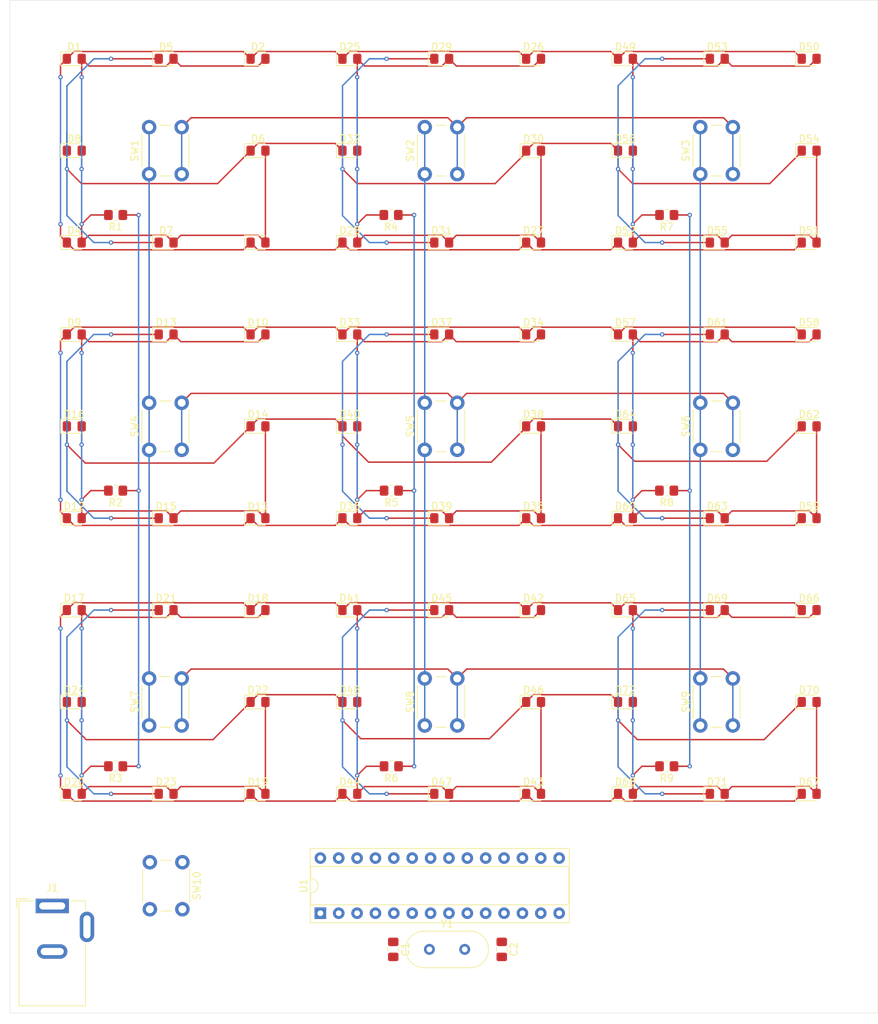
<source format=kicad_pcb>
(kicad_pcb (version 20240108) (generator "pcbnew") (generator_version "8.0")
  (title_block (title "Tic Tac Toe") (date "2024-12-01") (rev "1.0"))
  (layers (0 "F.Cu" signal) (31 "B.Cu" signal) (34 "B.Paste" user) (35 "F.Paste" user) (36 "B.SilkS" user "B.Silkscreen") (37 "F.SilkS" user "F.Silkscreen") (38 "B.Mask" user) (39 "F.Mask" user) (44 "Edge.Cuts" user))
  (net 0 "")
  (net 1 "GND")
  (net 2 "/XTAL1")
  (net 3 "/XTAL2")
  (net 4 "/LED_DRAIN_1_X")
  (net 5 "Net-(D1-A)")
  (net 6 "/LED_DRAIN_1_O")
  (net 7 "/LED_DRAIN_2_X")
  (net 8 "Net-(D10-A)")
  (net 9 "/LED_DRAIN_2_O")
  (net 10 "Net-(D17-A)")
  (net 11 "/LED_DRAIN_3_X")
  (net 12 "/LED_DRAIN_3_O")
  (net 13 "Net-(D25-A)")
  (net 14 "Net-(D41-A)")
  (net 15 "Net-(D33-A)")
  (net 16 "Net-(D49-A)")
  (net 17 "Net-(D65-A)")
  (net 18 "Net-(D57-A)")
  (net 19 "VCC")
  (net 20 "/LED_SOURCE_1")
  (net 21 "/LED_SOURCE_2")
  (net 22 "/LED_SOURCE_3")
  (net 23 "/BUTTON_MATRIX_COL_1")
  (net 24 "/BUTTON_MATRIX_ROW_1")
  (net 25 "/BUTTON_MATRIX_COL_2")
  (net 26 "/BUTTON_MATRIX_COL_3")
  (net 27 "/BUTTON_MATRIX_ROW_2")
  (net 28 "/BUTTON_MATRIX_ROW_3")
  (net 29 "/RESET")
  (net 30 "/SELECTOR_2")
  (net 31 "/SELECTOR_3")
  (net 32 "/SELECTOR_1")
  (footprint "LED_SMD:LED_0805_2012Metric_Pad1.15x1.40mm_HandSolder" (layer "F.Cu") (at 88.9 50.8)
    (property "Reference" "D8")
    (property "Value" "LED")
  )
  (footprint "Resistor_SMD:R_0805_2012Metric_Pad1.20x1.40mm_HandSolder" (layer "F.Cu") (at 132.731 97.79 180)
    (property "Reference" "R5")
    (property "Value" "120R")
  )
  (footprint "LED_SMD:LED_0805_2012Metric_Pad1.15x1.40mm_HandSolder" (layer "F.Cu") (at 139.7 76.2)
    (property "Reference" "D37")
    (property "Value" "LED")
  )
  (footprint "LED_SMD:LED_0805_2012Metric_Pad1.15x1.40mm_HandSolder" (layer "F.Cu") (at 152.4 50.8)
    (property "Reference" "D30")
    (property "Value" "LED")
  )
  (footprint "LED_SMD:LED_0805_2012Metric_Pad1.15x1.40mm_HandSolder" (layer "F.Cu") (at 165.1 114.3)
    (property "Reference" "D65")
    (property "Value" "LED")
  )
  (footprint "LED_SMD:LED_0805_2012Metric_Pad1.15x1.40mm_HandSolder" (layer "F.Cu") (at 165.1 50.8)
    (property "Reference" "D56")
    (property "Value" "LED")
  )
  (footprint "LED_SMD:LED_0805_2012Metric_Pad1.15x1.40mm_HandSolder" (layer "F.Cu") (at 190.5 127)
    (property "Reference" "D70")
    (property "Value" "LED")
  )
  (footprint "LED_SMD:LED_0805_2012Metric_Pad1.15x1.40mm_HandSolder" (layer "F.Cu") (at 114.3 50.8)
    (property "Reference" "D6")
    (property "Value" "LED")
  )
  (footprint "LED_SMD:LED_0805_2012Metric_Pad1.15x1.40mm_HandSolder" (layer "F.Cu") (at 88.9 101.6)
    (property "Reference" "D12")
    (property "Value" "LED")
  )
  (footprint "LED_SMD:LED_0805_2012Metric_Pad1.15x1.40mm_HandSolder" (layer "F.Cu") (at 127 139.7)
    (property "Reference" "D44")
    (property "Value" "LED")
  )
  (footprint "LED_SMD:LED_0805_2012Metric_Pad1.15x1.40mm_HandSolder" (layer "F.Cu") (at 88.9 114.3)
    (property "Reference" "D17")
    (property "Value" "LED")
  )
  (footprint "Resistor_SMD:R_0805_2012Metric_Pad1.20x1.40mm_HandSolder" (layer "F.Cu") (at 132.731 135.89 180)
    (property "Reference" "R6")
    (property "Value" "120R")
  )
  (footprint "Connector_BarrelJack:BarrelJack_GCT_DCJ200-10-A_Horizontal" (layer "F.Cu") (at 85.852 155.194)
    (property "Reference" "J1")
    (property "Value" "Barrel_Jack_Switch")
  )
  (footprint "LED_SMD:LED_0805_2012Metric_Pad1.15x1.40mm_HandSolder" (layer "F.Cu") (at 88.9 76.2)
    (property "Reference" "D9")
    (property "Value" "LED")
  )
  (footprint "LED_SMD:LED_0805_2012Metric_Pad1.15x1.40mm_HandSolder" (layer "F.Cu") (at 165.1 139.7)
    (property "Reference" "D68")
    (property "Value" "LED")
  )
  (footprint "LED_SMD:LED_0805_2012Metric_Pad1.15x1.40mm_HandSolder" (layer "F.Cu") (at 101.6 139.7)
    (property "Reference" "D23")
    (property "Value" "LED")
  )
  (footprint "LED_SMD:LED_0805_2012Metric_Pad1.15x1.40mm_HandSolder" (layer "F.Cu") (at 114.3 139.7)
    (property "Reference" "D19")
    (property "Value" "LED")
  )
  (footprint "LED_SMD:LED_0805_2012Metric_Pad1.15x1.40mm_HandSolder" (layer "F.Cu") (at 165.1 101.6)
    (property "Reference" "D60")
    (property "Value" "LED")
  )
  (footprint "LED_SMD:LED_0805_2012Metric_Pad1.15x1.40mm_HandSolder" (layer "F.Cu") (at 127 63.5)
    (property "Reference" "D28")
    (property "Value" "LED")
  )
  (footprint "LED_SMD:LED_0805_2012Metric_Pad1.15x1.40mm_HandSolder" (layer "F.Cu") (at 127 127)
    (property "Reference" "D48")
    (property "Value" "LED")
  )
  (footprint "LED_SMD:LED_0805_2012Metric_Pad1.15x1.40mm_HandSolder" (layer "F.Cu") (at 190.5 139.7)
    (property "Reference" "D67")
    (property "Value" "LED")
  )
  (footprint "LED_SMD:LED_0805_2012Metric_Pad1.15x1.40mm_HandSolder" (layer "F.Cu") (at 152.4 127)
    (property "Reference" "D46")
    (property "Value" "LED")
  )
  (footprint "Package_DIP:DIP-28_W7.62mm_Socket" (layer "F.Cu") (at 122.921 156.2 90)
    (property "Reference" "U1")
    (property "Value" "ATmega328P-P")
  )
  (footprint "LED_SMD:LED_0805_2012Metric_Pad1.15x1.40mm_HandSolder" (layer "F.Cu") (at 114.3 38.1)
    (property "Reference" "D2")
    (property "Value" "LED")
  )
  (footprint "Button_Switch_THT:SW_PUSH_6mm_H5mm" (layer "F.Cu") (at 103.85 149.15 -90)
    (property "Reference" "SW10")
    (property "Value" "SW_Push")
  )
  (footprint "LED_SMD:LED_0805_2012Metric_Pad1.15x1.40mm_HandSolder" (layer "F.Cu") (at 177.8 114.3)
    (property "Reference" "D69")
    (property "Value" "LED")
  )
  (footprint "LED_SMD:LED_0805_2012Metric_Pad1.15x1.40mm_HandSolder" (layer "F.Cu") (at 177.8 38.1)
    (property "Reference" "D53")
    (property "Value" "LED")
  )
  (footprint "LED_SMD:LED_0805_2012Metric_Pad1.15x1.40mm_HandSolder" (layer "F.Cu") (at 88.9 88.9)
    (property "Reference" "D16")
    (property "Value" "LED")
  )
  (footprint "LED_SMD:LED_0805_2012Metric_Pad1.15x1.40mm_HandSolder" (layer "F.Cu") (at 165.1 76.2)
    (property "Reference" "D57")
    (property "Value" "LED")
  )
  (footprint "LED_SMD:LED_0805_2012Metric_Pad1.15x1.40mm_HandSolder" (layer "F.Cu") (at 177.8 63.5)
    (property "Reference" "D55")
    (property "Value" "LED")
  )
  (footprint "LED_SMD:LED_0805_2012Metric_Pad1.15x1.40mm_HandSolder" (layer "F.Cu") (at 177.8 101.6)
    (property "Reference" "D63")
    (property "Value" "LED")
  )
  (footprint "LED_SMD:LED_0805_2012Metric_Pad1.15x1.40mm_HandSolder" (layer "F.Cu") (at 127 114.3)
    (property "Reference" "D41")
    (property "Value" "LED")
  )
  (footprint "LED_SMD:LED_0805_2012Metric_Pad1.15x1.40mm_HandSolder" (layer "F.Cu") (at 139.7 114.3)
    (property "Reference" "D45")
    (property "Value" "LED")
  )
  (footprint "LED_SMD:LED_0805_2012Metric_Pad1.15x1.40mm_HandSolder" (layer "F.Cu") (at 101.6 63.5)
    (property "Reference" "D7")
    (property "Value" "LED")
  )
  (footprint "LED_SMD:LED_0805_2012Metric_Pad1.15x1.40mm_HandSolder" (layer "F.Cu") (at 114.3 76.2)
    (property "Reference" "D10")
    (property "Value" "LED")
  )
  (footprint "Resistor_SMD:R_0805_2012Metric_Pad1.20x1.40mm_HandSolder" (layer "F.Cu") (at 132.699 59.69 180)
    (property "Reference" "R4")
    (property "Value" "120R")
  )
  (footprint "LED_SMD:LED_0805_2012Metric_Pad1.15x1.40mm_HandSolder" (layer "F.Cu") (at 88.9 127)
    (property "Reference" "D24")
    (property "Value" "LED")
  )
  (footprint "LED_SMD:LED_0805_2012Metric_Pad1.15x1.40mm_HandSolder" (layer "F.Cu") (at 101.6 101.6)
    (property "Reference" "D15")
    (property "Value" "LED")
  )
  (footprint "LED_SMD:LED_0805_2012Metric_Pad1.15x1.40mm_HandSolder" (layer "F.Cu") (at 127 50.8)
    (property "Reference" "D32")
    (property "Value" "LED")
  )
  (footprint "LED_SMD:LED_0805_2012Metric_Pad1.15x1.40mm_HandSolder" (layer "F.Cu") (at 114.3 63.5)
    (property "Reference" "D3" (hide yes))
    (property "Value" "LED")
  )
  (footprint "LED_SMD:LED_0805_2012Metric_Pad1.15x1.40mm_HandSolder" (layer "F.Cu") (at 114.3 127)
    (property "Reference" "D22")
    (property "Value" "LED")
  )
  (footprint "LED_SMD:LED_0805_2012Metric_Pad1.15x1.40mm_HandSolder" (layer "F.Cu") (at 139.7 139.7)
    (property "Reference" "D47")
    (property "Value" "LED")
  )
  (footprint "LED_SMD:LED_0805_2012Metric_Pad1.15x1.40mm_HandSolder" (layer "F.Cu") (at 190.5 88.9)
    (property "Reference" "D62")
    (property "Value" "LED")
  )
  (footprint "LED_SMD:LED_0805_2012Metric_Pad1.15x1.40mm_HandSolder" (layer "F.Cu") (at 177.8 139.7)
    (property "Reference" "D71")
    (property "Value" "LED")
  )
  (footprint "LED_SMD:LED_0805_2012Metric_Pad1.15x1.40mm_HandSolder" (layer "F.Cu") (at 88.9 63.5)
    (property "Reference" "D4")
    (property "Value" "LED")
  )
  (footprint "LED_SMD:LED_0805_2012Metric_Pad1.15x1.40mm_HandSolder" (layer "F.Cu") (at 152.4 114.3)
    (property "Reference" "D42")
    (property "Value" "LED")
  )
  (footprint "LED_SMD:LED_0805_2012Metric_Pad1.15x1.40mm_HandSolder" (layer "F.Cu") (at 152.4 76.2)
    (property "Reference" "D34")
    (property "Value" "LED")
  )
  (footprint "LED_SMD:LED_0805_2012Metric_Pad1.15x1.40mm_HandSolder" (layer "F.Cu") (at 190.5 63.5)
    (property "Reference" "D51")
    (property "Value" "LED")
  )
  (footprint "LED_SMD:LED_0805_2012Metric_Pad1.15x1.40mm_HandSolder" (layer "F.Cu") (at 139.7 38.1)
    (property "Reference" "D29")
    (property "Value" "LED")
  )
  (footprint "LED_SMD:LED_0805_2012Metric_Pad1.15x1.40mm_HandSolder" (layer "F.Cu") (at 101.6 38.1)
    (property "Reference" "D5")
    (property "Value" "LED")
  )
  (footprint "Resistor_SMD:R_0805_2012Metric_Pad1.20x1.40mm_HandSolder" (layer "F.Cu") (at 94.615 97.79 180)
    (property "Reference" "R2")
    (property "Value" "120R")
  )
  (footprint "Crystal:Crystal_HC49-4H_Vertical" (layer "F.Cu") (at 138.001 161.2)
    (property "Reference" "Y1")
    (property "Value" "16MHz")
  )
  (footprint "LED_SMD:LED_0805_2012Metric_Pad1.15x1.40mm_HandSolder" (layer "F.Cu") (at 114.3 88.9)
    (property "Reference" "D14")
    (property "Value" "LED")
  )
  (footprint "LED_SMD:LED_0805_2012Metric_Pad1.15x1.40mm_HandSolder" (layer "F.Cu") (at 88.9 139.7)
    (property "Reference" "D20")
    (property "Value" "LED")
  )
  (footprint "LED_SMD:LED_0805_2012Metric_Pad1.15x1.40mm_HandSolder" (layer "F.Cu") (at 139.7 101.6)
    (property "Reference" "D39")
    (property "Value" "LED")
  )
  (footprint "LED_SMD:LED_0805_2012Metric_Pad1.15x1.40mm_HandSolder" (layer "F.Cu") (at 88.9 38.1)
    (property "Reference" "D1")
    (property "Value" "LED")
  )
  (footprint "Resistor_SMD:R_0805_2012Metric_Pad1.20x1.40mm_HandSolder" (layer "F.Cu") (at 170.815 59.69 180)
    (property "Reference" "R7")
    (property "Value" "120R")
  )
  (footprint "LED_SMD:LED_0805_2012Metric_Pad1.15x1.40mm_HandSolder" (layer "F.Cu") (at 177.8 76.2)
    (property "Reference" "D61")
    (property "Value" "LED")
  )
  (footprint "LED_SMD:LED_0805_2012Metric_Pad1.15x1.40mm_HandSolder" (layer "F.Cu") (at 165.1 127)
    (property "Reference" "D72")
    (property "Value" "LED")
  )
  (footprint "LED_SMD:LED_0805_2012Metric_Pad1.15x1.40mm_HandSolder" (layer "F.Cu") (at 152.4 63.5)
    (property "Reference" "D27")
    (property "Value" "LED")
  )
  (footprint "Button_Switch_THT:SW_PUSH_6mm_H5mm" (layer "F.Cu") (at 99.25 92.15 90)
    (property "Reference" "SW4")
    (property "Value" "SW_Push_45deg")
  )
  (footprint "LED_SMD:LED_0805_2012Metric_Pad1.15x1.40mm_HandSolder" (layer "F.Cu") (at 190.5 114.3)
    (property "Reference" "D66")
    (property "Value" "LED")
  )
  (footprint "LED_SMD:LED_0805_2012Metric_Pad1.15x1.40mm_HandSolder" (layer "F.Cu") (at 190.5 76.2)
    (property "Reference" "D58")
    (property "Value" "LED")
  )
  (footprint "Button_Switch_THT:SW_PUSH_6mm_H5mm" (layer "F.Cu") (at 175.45 92.15 90)
    (property "Reference" "SW6")
    (property "Value" "SW_Push_45deg")
  )
  (footprint "Resistor_SMD:R_0805_2012Metric_Pad1.20x1.40mm_HandSolder" (layer "F.Cu") (at 170.815 135.89 180)
    (property "Reference" "R9")
    (property "Value" "120R")
  )
  (footprint "LED_SMD:LED_0805_2012Metric_Pad1.15x1.40mm_HandSolder" (layer "F.Cu") (at 165.1 63.5)
    (property "Reference" "D52")
    (property "Value" "LED")
  )
  (footprint "Button_Switch_THT:SW_PUSH_6mm_H5mm" (layer "F.Cu") (at 137.35 54.05 90)
    (property "Reference" "SW2")
    (property "Value" "SW_Push_45deg")
  )
  (footprint "LED_SMD:LED_0805_2012Metric_Pad1.15x1.40mm_HandSolder" (layer "F.Cu") (at 152.4 38.1)
    (property "Reference" "D26")
    (property "Value" "LED")
  )
  (footprint "LED_SMD:LED_0805_2012Metric_Pad1.15x1.40mm_HandSolder" (layer "F.Cu") (at 114.3 101.6)
    (property "Reference" "D11")
    (property "Value" "LED")
  )
  (footprint "Button_Switch_THT:SW_PUSH_6mm_H5mm" (layer "F.Cu") (at 175.45 130.25 90)
    (property "Reference" "SW9")
    (property "Value" "SW_Push_45deg")
  )
  (footprint "Button_Switch_THT:SW_PUSH_6mm_H5mm" (layer "F.Cu") (at 99.25 130.25 90)
    (property "Reference" "SW7")
    (property "Value" "SW_Push_45deg")
  )
  (footprint "LED_SMD:LED_0805_2012Metric_Pad1.15x1.40mm_HandSolder" (layer "F.Cu") (at 127 88.9)
    (property "Reference" "D40")
    (property "Value" "LED")
  )
  (footprint "Resistor_SMD:R_0805_2012Metric_Pad1.20x1.40mm_HandSolder" (layer "F.Cu") (at 94.615 59.69 180)
    (property "Reference" "R1")
    (property "Value" "120R")
  )
  (footprint "LED_SMD:LED_0805_2012Metric_Pad1.15x1.40mm_HandSolder" (layer "F.Cu") (at 127 101.6)
    (property "Reference" "D36")
    (property "Value" "LED")
  )
  (footprint "LED_SMD:LED_0805_2012Metric_Pad1.15x1.40mm_HandSolder" (layer "F.Cu") (at 165.1 38.1)
    (property "Reference" "D49")
    (property "Value" "LED")
  )
  (footprint "LED_SMD:LED_0805_2012Metric_Pad1.15x1.40mm_HandSolder" (layer "F.Cu") (at 127 38.1)
    (property "Reference" "D25")
    (property "Value" "LED")
  )
  (footprint "LED_SMD:LED_0805_2012Metric_Pad1.15x1.40mm_HandSolder" (layer "F.Cu") (at 127 76.2)
    (property "Reference" "D33")
    (property "Value" "LED")
  )
  (footprint "Capacitor_SMD:C_0805_2012Metric_Pad1.18x1.45mm_HandSolder" (layer "F.Cu") (at 133.001 161.2 -90)
    (property "Reference" "C1")
    (property "Value" "22pF")
  )
  (footprint "LED_SMD:LED_0805_2012Metric_Pad1.15x1.40mm_HandSolder" (layer "F.Cu") (at 190.5 38.1)
    (property "Reference" "D50")
    (property "Value" "LED")
  )
  (footprint "Resistor_SMD:R_0805_2012Metric_Pad1.20x1.40mm_HandSolder" (layer "F.Cu") (at 170.799 97.79 180)
    (property "Reference" "R8")
    (property "Value" "120R")
  )
  (footprint "LED_SMD:LED_0805_2012Metric_Pad1.15x1.40mm_HandSolder" (layer "F.Cu") (at 101.6 114.3)
    (property "Reference" "D21")
    (property "Value" "LED")
  )
  (footprint "LED_SMD:LED_0805_2012Metric_Pad1.15x1.40mm_HandSolder" (layer "F.Cu") (at 152.4 88.9)
    (property "Reference" "D38")
    (property "Value" "LED")
  )
  (footprint "Button_Switch_THT:SW_PUSH_6mm_H5mm" (layer "F.Cu") (at 137.35 92.15 90)
    (property "Reference" "SW5")
    (property "Value" "SW_Push_45deg")
  )
  (footprint "Button_Switch_THT:SW_PUSH_6mm_H5mm" (layer "F.Cu") (at 137.35 130.25 90)
    (property "Reference" "SW8")
    (property "Value" "SW_Push_45deg")
  )
  (footprint "LED_SMD:LED_0805_2012Metric_Pad1.15x1.40mm_HandSolder" (layer "F.Cu") (at 101.6 76.2)
    (property "Reference" "D13")
    (property "Value" "LED")
  )
  (footprint "LED_SMD:LED_0805_2012Metric_Pad1.15x1.40mm_HandSolder" (layer "F.Cu") (at 190.5 50.8)
    (property "Reference" "D54")
    (property "Value" "LED")
  )
  (footprint "LED_SMD:LED_0805_2012Metric_Pad1.15x1.40mm_HandSolder" (layer "F.Cu") (at 139.7 63.5)
    (property "Reference" "D31")
    (property "Value" "LED")
  )
  (footprint "LED_SMD:LED_0805_2012Metric_Pad1.15x1.40mm_HandSolder" (layer "F.Cu") (at 152.4 139.7)
    (property "Reference" "D43")
    (property "Value" "LED")
  )
  (footprint "Button_Switch_THT:SW_PUSH_6mm_H5mm" (layer "F.Cu") (at 175.45 54.05 90)
    (property "Reference" "SW3")
    (property "Value" "SW_Push_45deg")
  )
  (footprint "LED_SMD:LED_0805_2012Metric_Pad1.15x1.40mm_HandSolder" (layer "F.Cu") (at 165.1 88.9)
    (property "Reference" "D64")
    (property "Value" "LED")
  )
  (footprint "Capacitor_SMD:C_0805_2012Metric_Pad1.18x1.45mm_HandSolder" (layer "F.Cu") (at 148.001 161.2 -90)
    (property "Reference" "C2")
    (property "Value" "22pF")
  )
  (footprint "LED_SMD:LED_0805_2012Metric_Pad1.15x1.40mm_HandSolder" (layer "F.Cu") (at 152.4 101.6)
    (property "Reference" "D35")
    (property "Value" "LED")
  )
  (footprint "LED_SMD:LED_0805_2012Metric_Pad1.15x1.40mm_HandSolder" (layer "F.Cu") (at 190.5 101.6)
    (property "Reference" "D59")
    (property "Value" "LED")
  )
  (footprint "LED_SMD:LED_0805_2012Metric_Pad1.15x1.40mm_HandSolder" (layer "F.Cu") (at 114.3 114.3)
    (property "Reference" "D18")
    (property "Value" "LED")
  )
  (footprint "Resistor_SMD:R_0805_2012Metric_Pad1.20x1.40mm_HandSolder" (layer "F.Cu") (at 94.615 135.89 180)
    (property "Reference" "R3")
    (property "Value" "120R")
  )
  (footprint "Button_Switch_THT:SW_PUSH_6mm_H5mm" (layer "F.Cu") (at 99.25 54.05 90)
    (property "Reference" "SW1")
    (property "Value" "SW_Push_45deg")
  )
  (gr_line (start 80 30) (end 200 30) (stroke (width 0.05)) (layer "Edge.Cuts"))
  (gr_line (start 200 30) (end 200 170) (stroke (width 0.05)) (layer "Edge.Cuts"))
  (gr_line (start 200 170) (end 80 170) (stroke (width 0.05)) (layer "Edge.Cuts"))
  (gr_line (start 80 170) (end 80 30) (stroke (width 0.05)) (layer "Edge.Cuts"))
  (segment (start 87 62.625) (end 87.875 63.5) (width 0.2) (layer "F.Cu") (net 4))
  (segment (start 150.375 37.1) (end 151.375 38.1) (width 0.2) (layer "F.Cu") (net 4))
  (segment (start 114.275 37.1) (end 113.275 38.1) (width 0.2) (layer "F.Cu") (net 4))
  (segment (start 113.275 63.5) (end 114.275 64.5) (width 0.2) (layer "F.Cu") (net 4))
  (segment (start 188.475 64.5) (end 189.475 63.5) (width 0.2) (layer "F.Cu") (net 4))
  (segment (start 126.975 64.5) (end 150.375 64.5) (width 0.2) (layer "F.Cu") (net 4))
  (segment (start 163.075 64.5) (end 164.075 63.5) (width 0.2) (layer "F.Cu") (net 4))
  (segment (start 151.375 63.5) (end 152.375 64.5) (width 0.2) (layer "F.Cu") (net 4))
  (segment (start 163.075 37.1) (end 164.075 38.1) (width 0.2) (layer "F.Cu") (net 4))
  (segment (start 125.975 38.1) (end 124.975 37.1) (width 0.2) (layer "F.Cu") (net 4))
  (segment (start 112.275 37.1) (end 113.275 38.1) (width 0.2) (layer "F.Cu") (net 4))
  (segment (start 87.875 63.5) (end 88.875 64.5) (width 0.2) (layer "F.Cu") (net 4))
  (segment (start 150.375 64.5) (end 151.375 63.5) (width 0.2) (layer "F.Cu") (net 4))
  (segment (start 88.875 64.5) (end 112.275 64.5) (width 0.2) (layer "F.Cu") (net 4))
  (segment (start 188.475 37.1) (end 189.475 38.1) (width 0.2) (layer "F.Cu") (net 4))
  (segment (start 164.075 63.5) (end 165.075 64.5) (width 0.2) (layer "F.Cu") (net 4))
  (segment (start 114.275 64.5) (end 124.975 64.5) (width 0.2) (layer "F.Cu") (net 4))
  (segment (start 152.375 37.1) (end 163.075 37.1) (width 0.2) (layer "F.Cu") (net 4))
  (segment (start 151.375 38.1) (end 152.375 37.1) (width 0.2) (layer "F.Cu") (net 4))
  (segment (start 125.975 38.1) (end 126.975 37.1) (width 0.2) (layer "F.Cu") (net 4))
  (segment (start 164.075 38.1) (end 165.075 37.1) (width 0.2) (layer "F.Cu") (net 4))
  (segment (start 126.975 37.1) (end 150.375 37.1) (width 0.2) (layer "F.Cu") (net 4))
  (segment (start 87.875 38.1) (end 87 38.975) (width 0.2) (layer "F.Cu") (net 4))
  (segment (start 165.075 64.5) (end 188.475 64.5) (width 0.2) (layer "F.Cu") (net 4))
  (segment (start 88.875 37.1) (end 112.275 37.1) (width 0.2) (layer "F.Cu") (net 4))
  (segment (start 87 60.96) (end 87 62.625) (width 0.2) (layer "F.Cu") (net 4))
  (segment (start 165.075 37.1) (end 188.475 37.1) (width 0.2) (layer "F.Cu") (net 4))
  (segment (start 152.375 64.5) (end 163.075 64.5) (width 0.2) (layer "F.Cu") (net 4))
  (segment (start 87 38.975) (end 87 40.64) (width 0.2) (layer "F.Cu") (net 4))
  (segment (start 124.975 37.1) (end 114.275 37.1) (width 0.2) (layer "F.Cu") (net 4))
  (segment (start 125.975 63.5) (end 126.975 64.5) (width 0.2) (layer "F.Cu") (net 4))
  (segment (start 87.875 38.1) (end 88.875 37.1) (width 0.2) (layer "F.Cu") (net 4))
  (segment (start 112.275 64.5) (end 113.275 63.5) (width 0.2) (layer "F.Cu") (net 4))
  (segment (start 113.275 63.5) (end 113.5 63.5) (width 0.2) (layer "F.Cu") (net 4))
  (segment (start 124.975 64.5) (end 125.975 63.5) (width 0.2) (layer "F.Cu") (net 4))
  (via (at 87 40.64) (size 0.6) (drill 0.3) (layers "F.Cu" "B.Cu") (net 4))
  (via (at 87 60.96) (size 0.6) (drill 0.3) (layers "F.Cu" "B.Cu") (net 4))
  (segment (start 87 40.64) (end 87 60.96) (width 0.2) (layer "B.Cu") (net 4))
  (segment (start 89.925 53.331) (end 89.925 50.8) (width 0.2) (layer "F.Cu") (net 5))
  (segment (start 103.625 39.1) (end 114.325 39.1) (width 0.2) (layer "F.Cu") (net 5))
  (segment (start 91.195 59.69) (end 93.615 59.69) (width 0.2) (layer "F.Cu") (net 5))
  (segment (start 101.625 62.5) (end 102.625 63.5) (width 0.2) (layer "F.Cu") (net 5))
  (segment (start 89.925 63.5) (end 90.925 62.5) (width 0.2) (layer "F.Cu") (net 5))
  (segment (start 115.325 50.8) (end 115.325 63.5) (width 0.2) (layer "F.Cu") (net 5))
  (segment (start 102.625 38.1) (end 103.625 39.1) (width 0.2) (layer "F.Cu") (net 5))
  (segment (start 89.925 60.96) (end 91.195 59.69) (width 0.2) (layer "F.Cu") (net 5))
  (segment (start 89.925 60.96) (end 89.925 63.5) (width 0.2) (layer "F.Cu") (net 5))
  (segment (start 101.625 39.1) (end 102.625 38.1) (width 0.2) (layer "F.Cu") (net 5))
  (segment (start 90.925 39.1) (end 101.625 39.1) (width 0.2) (layer "F.Cu") (net 5))
  (segment (start 90.925 62.5) (end 101.625 62.5) (width 0.2) (layer "F.Cu") (net 5))
  (segment (start 89.925 40.64) (end 89.925 38.1) (width 0.2) (layer "F.Cu") (net 5))
  (segment (start 114.325 39.1) (end 115.325 38.1) (width 0.2) (layer "F.Cu") (net 5))
  (segment (start 114.325 62.5) (end 115.325 63.5) (width 0.2) (layer "F.Cu") (net 5))
  (segment (start 89.925 38.1) (end 90.925 39.1) (width 0.2) (layer "F.Cu") (net 5))
  (segment (start 103.625 62.5) (end 114.325 62.5) (width 0.2) (layer "F.Cu") (net 5))
  (segment (start 102.625 63.5) (end 103.625 62.5) (width 0.2) (layer "F.Cu") (net 5))
  (segment (start 89.916 53.34) (end 89.925 53.331) (width 0.2) (layer "F.Cu") (net 5))
  (via (at 89.925 40.64) (size 0.6) (drill 0.3) (layers "F.Cu" "B.Cu") (net 5))
  (via (at 89.916 53.34) (size 0.6) (drill 0.3) (layers "F.Cu" "B.Cu") (net 5))
  (via (at 89.925 60.96) (size 0.6) (drill 0.3) (layers "F.Cu" "B.Cu") (net 5))
  (segment (start 89.916 40.649) (end 89.916 53.34) (width 0.2) (layer "B.Cu") (net 5))
  (segment (start 89.916 53.34) (end 89.916 60.951) (width 0.2) (layer "B.Cu") (net 5))
  (segment (start 89.925 40.64) (end 89.916 40.649) (width 0.2) (layer "B.Cu") (net 5))
  (segment (start 89.916 60.951) (end 89.925 60.96) (width 0.2) (layer "B.Cu") (net 5))
  (segment (start 93.98 38.1) (end 100.575 38.1) (width 0.2) (layer "F.Cu") (net 6))
  (segment (start 170.18 38.1) (end 176.775 38.1) (width 0.2) (layer "F.Cu") (net 6))
  (segment (start 113.275 50.8) (end 108.725 55.35) (width 0.2) (layer "F.Cu") (net 6))
  (segment (start 125.984 53.34) (end 127.994 55.35) (width 0.2) (layer "F.Cu") (net 6))
  (segment (start 124.975 49.8) (end 125.975 50.8) (width 0.2) (layer "F.Cu") (net 6))
  (segment (start 164.084 53.34) (end 166.094 55.35) (width 0.2) (layer "F.Cu") (net 6))
  (segment (start 132.08 38.1) (end 138.675 38.1) (width 0.2) (layer "F.Cu") (net 6))
  (segment (start 147.088 55.35) (end 151.375 51.063) (width 0.2) (layer "F.Cu") (net 6))
  (segment (start 164.075 50.8) (end 164.075 53.331) (width 0.2) (layer "F.Cu") (net 6))
  (segment (start 185.061 55.35) (end 189.475 50.936) (width 0.2) (layer "F.Cu") (net 6))
  (segment (start 93.98 63.5) (end 100.575 63.5) (width 0.2) (layer "F.Cu") (net 6))
  (segment (start 127.994 55.35) (end 147.088 55.35) (width 0.2) (layer "F.Cu") (net 6))
  (segment (start 163.075 49.8) (end 164.075 50.8) (width 0.2) (layer "F.Cu") (net 6))
  (segment (start 166.094 55.35) (end 185.061 55.35) (width 0.2) (layer "F.Cu") (net 6))
  (segment (start 87.875 53.331) (end 87.875 50.8) (width 0.2) (layer "F.Cu") (net 6))
  (segment (start 125.975 50.8) (end 125.975 53.331) (width 0.2) (layer "F.Cu") (net 6))
  (segment (start 151.375 50.8) (end 152.375 49.8) (width 0.2) (layer "F.Cu") (net 6))
  (segment (start 164.075 53.331) (end 164.084 53.34) (width 0.2) (layer "F.Cu") (net 6))
  (segment (start 114.275 49.8) (end 124.975 49.8) (width 0.2) (layer "F.Cu") (net 6))
  (segment (start 152.375 49.8) (end 163.075 49.8) (width 0.2) (layer "F.Cu") (net 6))
  (segment (start 113.275 50.8) (end 114.275 49.8) (width 0.2) (layer "F.Cu") (net 6))
  (segment (start 151.375 51.063) (end 151.375 50.8) (width 0.2) (layer "F.Cu") (net 6))
  (segment (start 108.725 55.35) (end 89.894 55.35) (width 0.2) (layer "F.Cu") (net 6))
  (segment (start 125.975 53.331) (end 125.984 53.34) (width 0.2) (layer "F.Cu") (net 6))
  (segment (start 189.475 50.936) (end 189.475 50.8) (width 0.2) (layer "F.Cu") (net 6))
  (segment (start 89.894 55.35) (end 87.884 53.34) (width 0.2) (layer "F.Cu") (net 6))
  (segment (start 132.08 63.5) (end 138.675 63.5) (width 0.2) (layer "F.Cu") (net 6))
  (segment (start 87.884 53.34) (end 87.875 53.331) (width 0.2) (layer "F.Cu") (net 6))
  (segment (start 170.18 63.5) (end 176.775 63.5) (width 0.2) (layer "F.Cu") (net 6))
  (via (at 170.18 63.5) (size 0.6) (drill 0.3) (layers "F.Cu" "B.Cu") (net 6))
  (via (at 132.08 38.1) (size 0.6) (drill 0.3) (layers "F.Cu" "B.Cu") (net 6))
  (via (at 125.984 53.34) (size 0.6) (drill 0.3) (layers "F.Cu" "B.Cu") (net 6))
  (via (at 170.18 38.1) (size 0.6) (drill 0.3) (layers "F.Cu" "B.Cu") (net 6))
  (via (at 164.084 53.34) (size 0.6) (drill 0.3) (layers "F.Cu" "B.Cu") (net 6))
  (via (at 93.98 63.5) (size 0.6) (drill 0.3) (layers "F.Cu" "B.Cu") (net 6))
  (via (at 132.08 63.5) (size 0.6) (drill 0.3) (layers "F.Cu" "B.Cu") (net 6))
  (via (at 93.98 38.1) (size 0.6) (drill 0.3) (layers "F.Cu" "B.Cu") (net 6))
  (via (at 87.884 53.34) (size 0.6) (drill 0.3) (layers "F.Cu" "B.Cu") (net 6))
  (segment (start 167.807471 63.5) (end 164.084 59.776529) (width 0.2) (layer "B.Cu") (net 6))
  (segment (start 132.08 38.1) (end 129.707471 38.1) (width 0.2) (layer "B.Cu") (net 6))
  (segment (start 87.875 53.331) (end 87.884 53.34) (width 0.2) (layer "B.Cu") (net 6))
  (segment (start 170.18 63.5) (end 167.807471 63.5) (width 0.2) (layer "B.Cu") (net 6))
  (segment (start 87.875 48.26) (end 87.875 53.331) (width 0.2) (layer "B.Cu") (net 6))
  (segment (start 93.98 63.5) (end 91.607471 63.5) (width 0.2) (layer "B.Cu") (net 6))
  (segment (start 93.98 38.1) (end 91.616471 38.1) (width 0.2) (layer "B.Cu") (net 6))
  (segment (start 87.884 59.776529) (end 87.884 53.34) (width 0.2) (layer "B.Cu") (net 6))
  (segment (start 87.884 41.832471) (end 87.884 53.34) (width 0.2) (layer "B.Cu") (net 6))
  (segment (start 164.084 41.823471) (end 164.084 53.34) (width 0.2) (layer "B.Cu") (net 6))
  (segment (start 125.984 59.776529) (end 125.984 53.34) (width 0.2) (layer "B.Cu") (net 6))
  (segment (start 167.807471 38.1) (end 164.084 41.823471) (width 0.2) (layer "B.Cu") (net 6))
  (segment (start 164.084 59.776529) (end 164.084 53.34) (width 0.2) (layer "B.Cu") (net 6))
  (segment (start 91.616471 38.1) (end 87.884 41.832471) (width 0.2) (layer "B.Cu") (net 6))
  (segment (start 91.607471 63.5) (end 87.884 59.776529) (width 0.2) (layer "B.Cu") (net 6))
  (segment (start 129.707471 38.1) (end 125.984 41.823471) (width 0.2) (layer "B.Cu") (net 6))
  (segment (start 170.18 38.1) (end 167.807471 38.1) (width 0.2) (layer "B.Cu") (net 6))
  (segment (start 132.08 63.5) (end 129.707471 63.5) (width 0.2) (layer "B.Cu") (net 6))
  (segment (start 125.984 41.823471) (end 125.984 53.34) (width 0.2) (layer "B.Cu") (net 6))
  (segment (start 129.707471 63.5) (end 125.984 59.776529) (width 0.2) (layer "B.Cu") (net 6))
  (segment (start 164.075 76.2) (end 165.075 75.2) (width 0.2) (layer "F.Cu") (net 7))
  (segment (start 150.375 75.2) (end 151.375 76.2) (width 0.2) (layer "F.Cu") (net 7))
  (segment (start 124.975 75.2) (end 125.975 76.2) (width 0.2) (layer "F.Cu") (net 7))
  (segment (start 163.075 75.2) (end 164.075 76.2) (width 0.2) (layer "F.Cu") (net 7))
  (segment (start 112.275 102.6) (end 113.275 101.6) (width 0.2) (layer "F.Cu") (net 7))
  (segment (start 114.275 75.2) (end 124.975 75.2) (width 0.2) (layer "F.Cu") (net 7))
  (segment (start 188.475 75.2) (end 189.475 76.2) (width 0.2) (layer "F.Cu") (net 7))
  (segment (start 113.275 101.6) (end 114.275 102.6) (width 0.2) (layer "F.Cu") (net 7))
  (segment (start 87 99.06) (end 87 100.725) (width 0.2) (layer "F.Cu") (net 7))
  (segment (start 87 100.725) (end 87.875 101.6) (width 0.2) (layer "F.Cu") (net 7))
  (segment (start 151.375 101.6) (end 152.375 102.6) (width 0.2) (layer "F.Cu") (net 7))
  (segment (start 151.375 101.6) (end 151.4 101.6) (width 0.2) (layer "F.Cu") (net 7))
  (segment (start 87.875 76.2) (end 87 77.075) (width 0.2) (layer "F.Cu") (net 7))
  (segment (start 151.375 76.2) (end 152.375 75.2) (width 0.2) (layer "F.Cu") (net 7))
  (segment (start 150.375 102.6) (end 151.375 101.6) (width 0.2) (layer "F.Cu") (net 7))
  (segment (start 164.075 101.6) (end 165.075 102.6) (width 0.2) (layer "F.Cu") (net 7))
  (segment (start 126.975 102.6) (end 150.375 102.6) (width 0.2) (layer "F.Cu") (net 7))
  (segment (start 126.975 75.2) (end 150.375 75.2) (width 0.2) (layer "F.Cu") (net 7))
  (segment (start 163.075 102.6) (end 164.075 101.6) (width 0.2) (layer "F.Cu") (net 7))
  (segment (start 87.875 101.6) (end 88.875 102.6) (width 0.2) (layer "F.Cu") (net 7))
  (segment (start 152.375 102.6) (end 163.075 102.6) (width 0.2) (layer "F.Cu") (net 7))
  (segment (start 125.975 101.6) (end 126.975 102.6) (width 0.2) (layer "F.Cu") (net 7))
  (segment (start 114.275 102.6) (end 124.975 102.6) (width 0.2) (layer "F.Cu") (net 7))
  (segment (start 152.375 75.2) (end 163.075 75.2) (width 0.2) (layer "F.Cu") (net 7))
  (segment (start 112.275 75.2) (end 113.275 76.2) (width 0.2) (layer "F.Cu") (net 7))
  (segment (start 113.275 76.2) (end 114.275 75.2) (width 0.2) (layer "F.Cu") (net 7))
  (segment (start 87 77.075) (end 87 78.74) (width 0.2) (layer "F.Cu") (net 7))
  (segment (start 188.475 102.6) (end 189.475 101.6) (width 0.2) (layer "F.Cu") (net 7))
  (segment (start 165.075 75.2) (end 188.475 75.2) (width 0.2) (layer "F.Cu") (net 7))
  (segment (start 124.975 102.6) (end 125.975 101.6) (width 0.2) (layer "F.Cu") (net 7))
  (segment (start 165.075 102.6) (end 188.475 102.6) (width 0.2) (layer "F.Cu") (net 7))
  (segment (start 87.875 76.2) (end 88.875 75.2) (width 0.2) (layer "F.Cu") (net 7))
  (segment (start 88.875 75.2) (end 112.275 75.2) (width 0.2) (layer "F.Cu") (net 7))
  (segment (start 88.875 102.6) (end 112.275 102.6) (width 0.2) (layer "F.Cu") (net 7))
  (segment (start 125.975 76.2) (end 126.975 75.2) (width 0.2) (layer "F.Cu") (net 7))
  (via (at 87 99.06) (size 0.6) (drill 0.3) (layers "F.Cu" "B.Cu") (net 7))
  (via (at 87 78.74) (size 0.6) (drill 0.3) (layers "F.Cu" "B.Cu") (net 7))
  (segment (start 87 78.74) (end 87 99.06) (width 0.2) (layer "B.Cu") (net 7))
  (segment (start 90.925 100.6) (end 101.625 100.6) (width 0.2) (layer "F.Cu") (net 8))
  (segment (start 89.916 91.44) (end 89.925 91.431) (width 0.2) (layer "F.Cu") (net 8))
  (segment (start 101.625 77.2) (end 90.925 77.2) (width 0.2) (layer "F.Cu") (net 8))
  (segment (start 89.925 91.431) (end 89.925 88.9) (width 0.2) (layer "F.Cu") (net 8))
  (segment (start 90.925 77.2) (end 89.925 76.2) (width 0.2) (layer "F.Cu") (net 8))
  (segment (start 115.325 88.9) (end 115.325 101.6) (width 0.2) (layer "F.Cu") (net 8))
  (segment (start 103.625 77.2) (end 102.625 76.2) (width 0.2) (layer "F.Cu") (net 8))
  (segment (start 102.625 101.6) (end 103.625 100.6) (width 0.2) (layer "F.Cu") (net 8))
  (segment (start 101.625 100.6) (end 102.625 101.6) (width 0.2) (layer "F.Cu") (net 8))
  (segment (start 114.325 77.2) (end 103.625 77.2) (width 0.2) (layer "F.Cu") (net 8))
  (segment (start 102.625 76.2) (end 101.625 77.2) (width 0.2) (layer "F.Cu") (net 8))
  (segment (start 114.325 100.6) (end 115.325 101.6) (width 0.2) (layer "F.Cu") (net 8))
  (segment (start 103.625 100.6) (end 114.325 100.6) (width 0.2) (layer "F.Cu") (net 8))
  (segment (start 89.916 99.06) (end 91.186 97.79) (width 0.2) (layer "F.Cu") (net 8))
  (segment (start 89.916 99.06) (end 89.925 99.069) (width 0.2) (layer "F.Cu") (net 8))
  (segment (start 89.925 101.6) (end 90.925 100.6) (width 0.2) (layer "F.Cu") (net 8))
  (segment (start 91.186 97.79) (end 93.615 97.79) (width 0.2) (layer "F.Cu") (net 8))
  (segment (start 115.325 76.2) (end 114.325 77.2) (width 0.2) (layer "F.Cu") (net 8))
  (segment (start 89.925 78.731) (end 89.925 76.2) (width 0.2) (layer "F.Cu") (net 8))
  (segment (start 89.916 78.74) (end 89.925 78.731) (width 0.2) (layer "F.Cu") (net 8))
  (segment (start 89.925 99.069) (end 89.925 101.6) (width 0.2) (layer "F.Cu") (net 8))
  (via (at 89.916 91.44) (size 0.6) (drill 0.3) (layers "F.Cu" "B.Cu") (net 8))
  (via (at 89.916 78.74) (size 0.6) (drill 0.3) (layers "F.Cu" "B.Cu") (net 8))
  (via (at 89.916 99.06) (size 0.6) (drill 0.3) (layers "F.Cu" "B.Cu") (net 8))
  (segment (start 89.916 78.74) (end 89.916 91.44) (width 0.2) (layer "B.Cu") (net 8))
  (segment (start 89.916 91.44) (end 89.916 99.06) (width 0.2) (layer "B.Cu") (net 8))
  (segment (start 164.075 91.431) (end 164.075 88.9) (width 0.2) (layer "F.Cu") (net 9))
  (segment (start 113.275 88.909) (end 113.275 88.9) (width 0.2) (layer "F.Cu") (net 9))
  (segment (start 170.18 101.6) (end 176.775 101.6) (width 0.2) (layer "F.Cu") (net 9))
  (segment (start 132.08 76.2) (end 138.675 76.2) (width 0.2) (layer "F.Cu") (net 9))
  (segment (start 132.08 101.6) (end 138.675 101.6) (width 0.2) (layer "F.Cu") (net 9))
  (segment (start 125.975 88.9) (end 125.975 90.247529) (width 0.2) (layer "F.Cu") (net 9))
  (segment (start 163.075 87.9) (end 164.075 88.9) (width 0.2) (layer "F.Cu") (net 9))
  (segment (start 108.204 93.98) (end 113.275 88.909) (width 0.2) (layer "F.Cu") (net 9))
  (segment (start 166.37 93.726) (end 184.658 93.726) (width 0.2) (layer "F.Cu") (net 9))
  (segment (start 125.975 91.431) (end 125.975 88.9) (width 0.2) (layer "F.Cu") (net 9))
  (segment (start 124.975 87.9) (end 125.975 88.9) (width 0.2) (layer "F.Cu") (net 9))
  (segment (start 93.98 101.6) (end 100.575 101.6) (width 0.2) (layer "F.Cu") (net 9))
  (segment (start 87.884 91.44) (end 90.424 93.98) (width 0.2) (layer "F.Cu") (net 9))
  (segment (start 151.375 89.036) (end 151.375 88.9) (width 0.2) (layer "F.Cu") (net 9))
  (segment (start 114.275 87.9) (end 124.975 87.9) (width 0.2) (layer "F.Cu") (net 9))
  (segment (start 113.275 88.9) (end 114.275 87.9) (width 0.2) (layer "F.Cu") (net 9))
  (segment (start 151.375 88.9) (end 152.375 87.9) (width 0.2) (layer "F.Cu") (net 9))
  (segment (start 184.658 93.726) (end 184.658 93.717) (width 0.2) (layer "F.Cu") (net 9))
  (segment (start 170.18 76.2) (end 176.775 76.2) (width 0.2) (layer "F.Cu") (net 9))
  (segment (start 152.375 87.9) (end 163.075 87.9) (width 0.2) (layer "F.Cu") (net 9))
  (segment (start 93.98 76.2) (end 100.575 76.2) (width 0.2) (layer "F.Cu") (net 9))
  (segment (start 87.875 91.431) (end 87.875 88.9) (width 0.2) (layer "F.Cu") (net 9))
  (segment (start 125.975 90.247529) (end 129.580471 93.853) (width 0.2) (layer "F.Cu") (net 9))
  (segment (start 164.084 91.44) (end 166.37 93.726) (width 0.2) (layer "F.Cu") (net 9))
  (segment (start 164.084 91.44) (end 164.075 91.431) (width 0.2) (layer "F.Cu") (net 9))
  (segment (start 125.984 91.44) (end 125.975 91.431) (width 0.2) (layer "F.Cu") (net 9))
  (segment (start 184.658 93.717) (end 189.475 88.9) (width 0.2) (layer "F.Cu") (net 9))
  (segment (start 129.580471 93.853) (end 146.558 93.853) (width 0.2) (layer "F.Cu") (net 9))
  (segment (start 146.558 93.853) (end 151.375 89.036) (width 0.2) (layer "F.Cu") (net 9))
  (segment (start 87.884 91.44) (end 87.875 91.431) (width 0.2) (layer "F.Cu") (net 9))
  (segment (start 90.424 93.98) (end 108.204 93.98) (width 0.2) (layer "F.Cu") (net 9))
  (via (at 164.084 91.44) (size 0.6) (drill 0.3) (layers "F.Cu" "B.Cu") (net 9))
  (via (at 93.98 101.6) (size 0.6) (drill 0.3) (layers "F.Cu" "B.Cu") (net 9))
  (via (at 125.984 91.44) (size 0.6) (drill 0.3) (layers "F.Cu" "B.Cu") (net 9))
  (via (at 170.18 101.6) (size 0.6) (drill 0.3) (layers "F.Cu" "B.Cu") (net 9))
  (via (at 132.08 101.6) (size 0.6) (drill 0.3) (layers "F.Cu" "B.Cu") (net 9))
  (via (at 132.08 76.2) (size 0.6) (drill 0.3) (layers "F.Cu" "B.Cu") (net 9))
  (via (at 93.98 76.2) (size 0.6) (drill 0.3) (layers "F.Cu" "B.Cu") (net 9))
  (via (at 170.18 76.2) (size 0.6) (drill 0.3) (layers "F.Cu" "B.Cu") (net 9))
  (via (at 87.884 91.44) (size 0.6) (drill 0.3) (layers "F.Cu" "B.Cu") (net 9))
  (segment (start 125.984 79.923471) (end 125.984 91.44) (width 0.2) (layer "B.Cu") (net 9))
  (segment (start 91.607471 101.6) (end 87.884 97.876529) (width 0.2) (layer "B.Cu") (net 9))
  (segment (start 170.18 76.2) (end 167.807471 76.2) (width 0.2) (layer "B.Cu") (net 9))
  (segment (start 91.607471 76.2) (end 87.884 79.923471) (width 0.2) (layer "B.Cu") (net 9))
  (segment (start 93.98 101.6) (end 91.607471 101.6) (width 0.2) (layer "B.Cu") (net 9))
  (segment (start 167.807471 76.2) (end 164.084 79.923471) (width 0.2) (layer "B.Cu") (net 9))
  (segment (start 87.884 97.876529) (end 87.884 91.44) (width 0.2) (layer "B.Cu") (net 9))
  (segment (start 129.707471 76.2) (end 125.984 79.923471) (width 0.2) (layer "B.Cu") (net 9))
  (segment (start 93.98 76.2) (end 91.607471 76.2) (width 0.2) (layer "B.Cu") (net 9))
  (segment (start 87.884 79.923471) (end 87.884 91.44) (width 0.2) (layer "B.Cu") (net 9))
  (segment (start 167.807471 101.6) (end 164.084 97.876529) (width 0.2) (layer "B.Cu") (net 9))
  (segment (start 170.18 101.6) (end 167.807471 101.6) (width 0.2) (layer "B.Cu") (net 9))
  (segment (start 132.08 101.6) (end 129.707471 101.6) (width 0.2) (layer "B.Cu") (net 9))
  (segment (start 164.084 97.876529) (end 164.084 91.44) (width 0.2) (layer "B.Cu") (net 9))
  (segment (start 125.984 97.876529) (end 125.984 91.44) (width 0.2) (layer "B.Cu") (net 9))
  (segment (start 132.08 76.2) (end 129.707471 76.2) (width 0.2) (layer "B.Cu") (net 9))
  (segment (start 164.084 79.923471) (end 164.084 91.44) (width 0.2) (layer "B.Cu") (net 9))
  (segment (start 129.707471 101.6) (end 125.984 97.876529) (width 0.2) (layer "B.Cu") (net 9))
  (segment (start 89.916 116.84) (end 89.925 116.831) (width 0.2) (layer "F.Cu") (net 10))
  (segment (start 89.925 139.7) (end 89.925 137.169) (width 0.2) (layer "F.Cu") (net 10))
  (segment (start 102.625 114.3) (end 101.625 115.3) (width 0.2) (layer "F.Cu") (net 10))
  (segment (start 89.916 129.54) (end 89.925 129.531) (width 0.2) (layer "F.Cu") (net 10))
  (segment (start 90.925 138.7) (end 101.625 138.7) (width 0.2) (layer "F.Cu") (net 10))
  (segment (start 89.925 137.169) (end 89.916 137.16) (width 0.2) (layer "F.Cu") (net 10))
  (segment (start 114.325 138.7) (end 115.325 139.7) (width 0.2) (layer "F.Cu") (net 10))
  (segment (start 101.625 138.7) (end 102.625 139.7) (width 0.2) (layer "F.Cu") (net 10))
  (segment (start 89.916 137.16) (end 91.186 135.89) (width 0.2) (layer "F.Cu") (net 10))
  (segment (start 114.325 115.3) (end 103.625 115.3) (width 0.2) (layer "F.Cu") (net 10))
  (segment (start 90.925 115.3) (end 89.925 114.3) (width 0.2) (layer "F.Cu") (net 10))
  (segment (start 103.625 138.7) (end 114.325 138.7) (width 0.2) (layer "F.Cu") (net 10))
  (segment (start 102.625 139.7) (end 103.625 138.7) (width 0.2) (layer "F.Cu") (net 10))
  (segment (start 101.625 115.3) (end 90.925 115.3) (width 0.2) (layer "F.Cu") (net 10))
  (segment (start 89.925 116.831) (end 89.925 114.3) (width 0.2) (layer "F.Cu") (net 10))
  (segment (start 89.925 139.7) (end 90.925 138.7) (width 0.2) (layer "F.Cu") (net 10))
  (segment (start 115.325 127) (end 115.325 139.7) (width 0.2) (layer "F.Cu") (net 10))
  (segment (start 89.925 129.531) (end 89.925 127) (width 0.2) (layer "F.Cu") (net 10))
  (segment (start 115.325 114.3) (end 114.325 115.3) (width 0.2) (layer "F.Cu") (net 10))
  (segment (start 103.625 115.3) (end 102.625 114.3) (width 0.2) (layer "F.Cu") (net 10))
  (segment (start 91.186 135.89) (end 93.615 135.89) (width 0.2) (layer "F.Cu") (net 10))
  (via (at 89.916 129.54) (size 0.6) (drill 0.3) (layers "F.Cu" "B.Cu") (net 10))
  (via (at 89.916 137.16) (size 0.6) (drill 0.3) (layers "F.Cu" "B.Cu") (net 10))
  (via (at 89.916 116.84) (size 0.6) (drill 0.3) (layers "F.Cu" "B.Cu") (net 10))
  (segment (start 89.916 129.54) (end 89.916 137.16) (width 0.2) (layer "B.Cu") (net 10))
  (segment (start 89.916 116.84) (end 89.916 129.54) (width 0.2) (layer "B.Cu") (net 10))
  (segment (start 112.275 140.7) (end 113.275 139.7) (width 0.2) (layer "F.Cu") (net 11))
  (segment (start 152.375 140.7) (end 163.075 140.7) (width 0.2) (layer "F.Cu") (net 11))
  (segment (start 125.975 114.3) (end 126.975 113.3) (width 0.2) (layer "F.Cu") (net 11))
  (segment (start 87.875 114.3) (end 87 115.175) (width 0.2) (layer "F.Cu") (net 11))
  (segment (start 124.975 140.7) (end 125.975 139.7) (width 0.2) (layer "F.Cu") (net 11))
  (segment (start 165.075 113.3) (end 188.475 113.3) (width 0.2) (layer "F.Cu") (net 11))
  (segment (start 112.275 113.3) (end 113.275 114.3) (width 0.2) (layer "F.Cu") (net 11))
  (segment (start 124.975 113.3) (end 125.975 114.3) (width 0.2) (layer "F.Cu") (net 11))
  (segment (start 88.875 140.7) (end 112.275 140.7) (width 0.2) (layer "F.Cu") (net 11))
  (segment (start 126.111 139.7) (end 127.111 140.7) (width 0.2) (layer "F.Cu") (net 11))
  (segment (start 163.075 140.7) (end 164.075 139.7) (width 0.2) (layer "F.Cu") (net 11))
  (segment (start 113.275 114.3) (end 114.275 113.3) (width 0.2) (layer "F.Cu") (net 11))
  (segment (start 87 115.175) (end 87 116.84) (width 0.2) (layer "F.Cu") (net 11))
  (segment (start 127.111 140.7) (end 150.375 140.7) (width 0.2) (layer "F.Cu") (net 11))
  (segment (start 151.375 114.3) (end 152.375 113.3) (width 0.2) (layer "F.Cu") (net 11))
  (segment (start 151.375 139.7) (end 152.375 140.7) (width 0.2) (layer "F.Cu") (net 11))
  (segment (start 150.375 140.7) (end 151.375 139.7) (width 0.2) (layer "F.Cu") (net 11))
  (segment (start 188.475 140.7) (end 165.075 140.7) (width 0.2) (layer "F.Cu") (net 11))
  (segment (start 188.475 113.3) (end 189.475 114.3) (width 0.2) (layer "F.Cu") (net 11))
  (segment (start 114.275 113.3) (end 124.975 113.3) (width 0.2) (layer "F.Cu") (net 11))
  (segment (start 152.375 113.3) (end 163.075 113.3) (width 0.2) (layer "F.Cu") (net 11))
  (segment (start 126.975 113.3) (end 150.375 113.3) (width 0.2) (layer "F.Cu") (net 11))
  (segment (start 113.275 139.7) (end 114.275 140.7) (width 0.2) (layer "F.Cu") (net 11))
  (segment (start 87 137.16) (end 87 138.825) (width 0.2) (layer "F.Cu") (net 11))
  (segment (start 189.475 139.7) (end 188.475 140.7) (width 0.2) (layer "F.Cu") (net 11))
  (segment (start 163.075 113.3) (end 164.075 114.3) (width 0.2) (layer "F.Cu") (net 11))
  (segment (start 114.275 140.7) (end 124.975 140.7) (width 0.2) (layer "F.Cu") (net 11))
  (segment (start 164.075 114.3) (end 165.075 113.3) (width 0.2) (layer "F.Cu") (net 11))
  (segment (start 87.875 114.3) (end 88.875 113.3) (width 0.2) (layer "F.Cu") (net 11))
  (segment (start 165.075 140.7) (end 164.075 139.7) (width 0.2) (layer "F.Cu") (net 11))
  (segment (start 88.875 113.3) (end 112.275 113.3) (width 0.2) (layer "F.Cu") (net 11))
  (segment (start 150.375 113.3) (end 151.375 114.3) (width 0.2) (layer "F.Cu") (net 11))
  (segment (start 125.975 139.7) (end 126.111 139.7) (width 0.2) (layer "F.Cu") (net 11))
  (segment (start 87.875 139.7) (end 88.875 140.7) (width 0.2) (layer "F.Cu") (net 11))
  (segment (start 87 138.825) (end 87.875 139.7) (width 0.2) (layer "F.Cu") (net 11))
  (via (at 87 137.16) (size 0.6) (drill 0.3) (layers "F.Cu" "B.Cu") (net 11))
  (via (at 87 116.84) (size 0.6) (drill 0.3) (layers "F.Cu" "B.Cu") (net 11))
  (segment (start 87 116.84) (end 87 137.16) (width 0.2) (layer "B.Cu") (net 11))
  (segment (start 132.08 139.7) (end 138.675 139.7) (width 0.2) (layer "F.Cu") (net 12))
  (segment (start 164.075 129.531) (end 164.084 129.54) (width 0.2) (layer "F.Cu") (net 12))
  (segment (start 128.524 132.08) (end 146.304 132.08) (width 0.2) (layer "F.Cu") (net 12))
  (segment (start 164.075 127) (end 164.075 129.531) (width 0.2) (layer "F.Cu") (net 12))
  (segment (start 132.08 114.3) (end 138.675 114.3) (width 0.2) (layer "F.Cu") (net 12))
  (segment (start 93.98 114.3) (end 100.575 114.3) (width 0.2) (layer "F.Cu") (net 12))
  (segment (start 184.277 132.207) (end 184.277 132.198) (width 0.2) (layer "F.Cu") (net 12))
  (segment (start 125.975 129.531) (end 125.975 127) (width 0.2) (layer "F.Cu") (net 12))
  (segment (start 166.751 132.207) (end 184.277 132.207) (width 0.2) (layer "F.Cu") (net 12))
  (segment (start 124.975 126) (end 125.975 127) (width 0.2) (layer "F.Cu") (net 12))
  (segment (start 90.551 132.207) (end 108.077 132.207) (width 0.2) (layer "F.Cu") (net 12))
  (segment (start 113.275 127.009) (end 113.275 127) (width 0.2) (layer "F.Cu") (net 12))
  (segment (start 151.375 127) (end 152.375 126) (width 0.2) (layer "F.Cu") (net 12))
  (segment (start 125.984 129.54) (end 125.975 129.531) (width 0.2) (layer "F.Cu") (net 12))
  (segment (start 184.277 132.198) (end 189.475 127) (width 0.2) (layer "F.Cu") (net 12))
  (segment (start 114.275 126) (end 124.975 126) (width 0.2) (layer "F.Cu") (net 12))
  (segment (start 87.884 129.54) (end 87.875 129.531) (width 0.2) (layer "F.Cu") (net 12))
  (segment (start 93.98 139.7) (end 100.575 139.7) (width 0.2) (layer "F.Cu") (net 12))
  (segment (start 113.275 127) (end 114.275 126) (width 0.2) (layer "F.Cu") (net 12))
  (segment (start 146.304 132.08) (end 151.375 127.009) (width 0.2) (layer "F.Cu") (net 12))
  (segment (start 170.18 114.3) (end 176.775 114.3) (width 0.2) (layer "F.Cu") (net 12))
  (segment (start 125.984 129.54) (end 128.524 132.08) (width 0.2) (layer "F.Cu") (net 12))
  (segment (start 164.084 129.54) (end 166.751 132.207) (width 0.2) (layer "F.Cu") (net 12))
  (segment (start 108.077 132.207) (end 113.275 127.009) (width 0.2) (layer "F.Cu") (net 12))
  (segment (start 87.875 129.531) (end 87.875 127) (width 0.2) (layer "F.Cu") (net 12))
  (segment (start 163.075 126) (end 164.075 127) (width 0.2) (layer "F.Cu") (net 12))
  (segment (start 151.375 127.009) (end 151.375 127) (width 0.2) (layer "F.Cu") (net 12))
  (segment (start 152.375 126) (end 163.075 126) (width 0.2) (layer "F.Cu") (net 12))
  (segment (start 87.884 129.54) (end 90.551 132.207) (width 0.2) (layer "F.Cu") (net 12))
  (segment (start 170.18 139.7) (end 176.775 139.7) (width 0.2) (layer "F.Cu") (net 12))
  (via (at 93.98 114.3) (size 0.6) (drill 0.3) (layers "F.Cu" "B.Cu") (net 12))
  (via (at 132.08 114.3) (size 0.6) (drill 0.3) (layers "F.Cu" "B.Cu") (net 12))
  (via (at 164.084 129.54) (size 0.6) (drill 0.3) (layers "F.Cu" "B.Cu") (net 12))
  (via (at 170.18 139.7) (size 0.6) (drill 0.3) (layers "F.Cu" "B.Cu") (net 12))
  (via (at 87.884 129.54) (size 0.6) (drill 0.3) (layers "F.Cu" "B.Cu") (net 12))
  (via (at 170.18 114.3) (size 0.6) (drill 0.3) (layers "F.Cu" "B.Cu") (net 12))
  (via (at 125.984 129.54) (size 0.6) (drill 0.3) (layers "F.Cu" "B.Cu") (net 12))
  (via (at 132.08 139.7) (size 0.6) (drill 0.3) (layers "F.Cu" "B.Cu") (net 12))
  (via (at 93.98 139.7) (size 0.6) (drill 0.3) (layers "F.Cu" "B.Cu") (net 12))
  (segment (start 167.807471 114.3) (end 164.084 118.023471) (width 0.2) (layer "B.Cu") (net 12))
  (segment (start 132.08 139.7) (end 129.707471 139.7) (width 0.2) (layer "B.Cu") (net 12))
  (segment (start 170.18 114.3) (end 167.807471 114.3) (width 0.2) (layer "B.Cu") (net 12))
  (segment (start 132.08 114.3) (end 129.707471 114.3) (width 0.2) (layer "B.Cu") (net 12))
  (segment (start 91.607471 114.3) (end 87.884 118.023471) (width 0.2) (layer "B.Cu") (net 12))
  (segment (start 91.607471 139.7) (end 87.884 135.976529) (width 0.2) (layer "B.Cu") (net 12))
  (segment (start 170.18 139.7) (end 167.807471 139.7) (width 0.2) (layer "B.Cu") (net 12))
  (segment (start 129.707471 139.7) (end 125.984 135.976529) (width 0.2) (layer "B.Cu") (net 12))
  (segment (start 125.984 118.023471) (end 125.984 129.54) (width 0.2) (layer "B.Cu") (net 12))
  (segment (start 87.884 135.976529) (end 87.884 129.54) (width 0.2) (layer "B.Cu") (net 12))
  (segment (start 164.084 118.023471) (end 164.084 129.54) (width 0.2) (layer "B.Cu") (net 12))
  (segment (start 125.984 135.976529) (end 125.984 129.54) (width 0.2) (layer "B.Cu") (net 12))
  (segment (start 87.884 118.023471) (end 87.884 129.54) (width 0.2) (layer "B.Cu") (net 12))
  (segment (start 164.084 135.976529) (end 164.084 129.54) (width 0.2) (layer "B.Cu") (net 12))
  (segment (start 167.807471 139.7) (end 164.084 135.976529) (width 0.2) (layer "B.Cu") (net 12))
  (segment (start 129.707471 114.3) (end 125.984 118.023471) (width 0.2) (layer "B.Cu") (net 12))
  (segment (start 93.98 114.3) (end 91.607471 114.3) (width 0.2) (layer "B.Cu") (net 12))
  (segment (start 93.98 139.7) (end 91.607471 139.7) (width 0.2) (layer "B.Cu") (net 12))
  (segment (start 153.425 50.8) (end 153.425 63.5) (width 0.2) (layer "F.Cu") (net 13))
  (segment (start 128.025 63.5) (end 129.025 62.5) (width 0.2) (layer "F.Cu") (net 13))
  (segment (start 128.016 60.96) (end 128.025 60.969) (width 0.2) (layer "F.Cu") (net 13))
  (segment (start 141.725 62.5) (end 152.425 62.5) (width 0.2) (layer "F.Cu") (net 13))
  (segment (start 128.025 38.1) (end 128.025 40.631) (width 0.2) (layer "F.Cu") (net 13))
  (segment (start 129.025 39.1) (end 128.025 38.1) (width 0.2) (layer "F.Cu") (net 13))
  (segment (start 140.725 63.5) (end 141.725 62.5) (width 0.2) (layer "F.Cu") (net 13))
  (segment (start 139.725 39.1) (end 129.025 39.1) (width 0.2) (layer "F.Cu") (net 13))
  (segment (start 128.025 60.969) (end 128.025 63.5) (width 0.2) (layer "F.Cu") (net 13))
  (segment (start 140.725 38.1) (end 139.725 39.1) (width 0.2) (layer "F.Cu") (net 13))
  (segment (start 129.286 59.69) (end 131.699 59.69) (width 0.2) (layer "F.Cu") (net 13))
  (segment (start 128.016 53.34) (end 128.025 53.331) (width 0.2) (layer "F.Cu") (net 13))
  (segment (start 152.425 39.1) (end 141.725 39.1) (width 0.2) (layer "F.Cu") (net 13))
  (segment (start 152.425 62.5) (end 153.425 63.5) (width 0.2) (layer "F.Cu") (net 13))
  (segment (start 128.016 60.96) (end 129.286 59.69) (width 0.2) (layer "F.Cu") (net 13))
  (segment (start 129.025 62.5) (end 139.725 62.5) (width 0.2) (layer "F.Cu") (net 13))
  (segment (start 128.025 40.631) (end 128.016 40.64) (width 0.2) (layer "F.Cu") (net 13))
  (segment (start 128.025 53.331) (end 128.025 50.8) (width 0.2) (layer "F.Cu") (net 13))
  (segment (start 153.425 38.1) (end 152.425 39.1) (width 0.2) (layer "F.Cu") (net 13))
  (segment (start 139.725 62.5) (end 140.725 63.5) (width 0.2) (layer "F.Cu") (net 13))
  (segment (start 141.725 39.1) (end 140.725 38.1) (width 0.2) (layer "F.Cu") (net 13))
  (via (at 128.016 53.34) (size 0.6) (drill 0.3) (layers "F.Cu" "B.Cu") (net 13))
  (via (at 128.016 60.96) (size 0.6) (drill 0.3) (layers "F.Cu" "B.Cu") (net 13))
  (via (at 128.016 40.64) (size 0.6) (drill 0.3) (layers "F.Cu" "B.Cu") (net 13))
  (segment (start 128.016 53.34) (end 128.016 60.96) (width 0.2) (layer "B.Cu") (net 13))
  (segment (start 128.016 40.64) (end 128.016 53.34) (width 0.2) (layer "B.Cu") (net 13))
  (segment (start 139.725 115.3) (end 129.025 115.3) (width 0.2) (layer "F.Cu") (net 14))
  (segment (start 153.425 127) (end 153.425 139.7) (width 0.2) (layer "F.Cu") (net 14))
  (segment (start 129.025 115.3) (end 128.025 114.3) (width 0.2) (layer "F.Cu") (net 14))
  (segment (start 152.425 115.3) (end 141.725 115.3) (width 0.2) (layer "F.Cu") (net 14))
  (segment (start 141.725 115.3) (end 140.725 114.3) (width 0.2) (layer "F.Cu") (net 14))
  (segment (start 129.025 138.7) (end 139.725 138.7) (width 0.2) (layer "F.Cu") (net 14))
  (segment (start 128.025 129.531) (end 128.025 127) (width 0.2) (layer "F.Cu") (net 14))
  (segment (start 152.425 138.7) (end 153.425 139.7) (width 0.2) (layer "F.Cu") (net 14))
  (segment (start 141.725 138.7) (end 152.425 138.7) (width 0.2) (layer "F.Cu") (net 14))
  (segment (start 129.286 135.89) (end 131.731 135.89) (width 0.2) (layer "F.Cu") (net 14))
  (segment (start 128.016 116.84) (end 128.025 116.831) (width 0.2) (layer "F.Cu") (net 14))
  (segment (start 128.016 137.16) (end 128.025 137.169) (width 0.2) (layer "F.Cu") (net 14))
  (segment (start 153.425 114.3) (end 152.425 115.3) (width 0.2) (layer "F.Cu") (net 14))
  (segment (start 128.025 137.169) (end 128.025 139.7) (width 0.2) (layer "F.Cu") (net 14))
  (segment (start 128.016 137.16) (end 129.286 135.89) (width 0.2) (layer "F.Cu") (net 14))
  (segment (start 139.725 138.7) (end 140.725 139.7) (width 0.2) (layer "F.Cu") (net 14))
  (segment (start 128.025 116.831) (end 128.025 114.3) (width 0.2) (layer "F.Cu") (net 14))
  (segment (start 128.025 139.7) (end 129.025 138.7) (width 0.2) (layer "F.Cu") (net 14))
  (segment (start 140.725 114.3) (end 139.725 115.3) (width 0.2) (layer "F.Cu") (net 14))
  (segment (start 140.725 139.7) (end 141.725 138.7) (width 0.2) (layer "F.Cu") (net 14))
  (segment (start 128.016 129.54) (end 128.025 129.531) (width 0.2) (layer "F.Cu") (net 14))
  (via (at 128.016 137.16) (size 0.6) (drill 0.3) (layers "F.Cu" "B.Cu") (net 14))
  (via (at 128.016 129.54) (size 0.6) (drill 0.3) (layers "F.Cu" "B.Cu") (net 14))
  (via (at 128.016 116.84) (size 0.6) (drill 0.3) (layers "F.Cu" "B.Cu") (net 14))
  (segment (start 128.016 129.54) (end 128.016 137.16) (width 0.2) (layer "B.Cu") (net 14))
  (segment (start 128.016 116.84) (end 128.016 129.54) (width 0.2) (layer "B.Cu") (net 14))
  (segment (start 141.725 100.6) (end 152.425 100.6) (width 0.2) (layer "F.Cu") (net 15))
  (segment (start 128.016 91.44) (end 128.025 91.431) (width 0.2) (layer "F.Cu") (net 15))
  (segment (start 139.725 77.2) (end 129.025 77.2) (width 0.2) (layer "F.Cu") (net 15))
  (segment (start 129.025 77.2) (end 128.025 76.2) (width 0.2) (layer "F.Cu") (net 15))
  (segment (start 152.425 100.6) (end 153.425 101.6) (width 0.2) (layer "F.Cu") (net 15))
  (segment (start 128.016 78.74) (end 128.025 78.731) (width 0.2) (layer "F.Cu") (net 15))
  (segment (start 140.725 76.2) (end 139.725 77.2) (width 0.2) (layer "F.Cu") (net 15))
  (segment (start 128.025 78.731) (end 128.025 76.2) (width 0.2) (layer "F.Cu") (net 15))
  (segment (start 153.425 88.9) (end 153.425 101.6) (width 0.2) (layer "F.Cu") (net 15))
  (segment (start 139.725 100.6) (end 140.725 101.6) (width 0.2) (layer "F.Cu") (net 15))
  (segment (start 129.025 100.6) (end 139.725 100.6) (width 0.2) (layer "F.Cu") (net 15))
  (segment (start 141.725 77.2) (end 140.725 76.2) (width 0.2) (layer "F.Cu") (net 15))
  (segment (start 128.025 91.431) (end 128.025 88.9) (width 0.2) (layer "F.Cu") (net 15))
  (segment (start 128.025 101.6) (end 129.025 100.6) (width 0.2) (layer "F.Cu") (net 15))
  (segment (start 152.425 77.2) (end 141.725 77.2) (width 0.2) (layer "F.Cu") (net 15))
  (segment (start 128.025 99.069) (end 128.025 101.6) (width 0.2) (layer "F.Cu") (net 15))
  (segment (start 140.725 101.6) (end 141.725 100.6) (width 0.2) (layer "F.Cu") (net 15))
  (segment (start 128.016 99.06) (end 128.025 99.069) (width 0.2) (layer "F.Cu") (net 15))
  (segment (start 128.016 99.06) (end 129.286 97.79) (width 0.2) (layer "F.Cu") (net 15))
  (segment (start 153.425 76.2) (end 152.425 77.2) (width 0.2) (layer "F.Cu") (net 15))
  (segment (start 129.286 97.79) (end 131.731 97.79) (width 0.2) (layer "F.Cu") (net 15))
  (via (at 128.016 99.06) (size 0.6) (drill 0.3) (layers "F.Cu" "B.Cu") (net 15))
  (via (at 128.016 91.44) (size 0.6) (drill 0.3) (layers "F.Cu" "B.Cu") (net 15))
  (via (at 128.016 78.74) (size 0.6) (drill 0.3) (layers "F.Cu" "B.Cu") (net 15))
  (segment (start 128.016 78.74) (end 128.016 91.44) (width 0.2) (layer "B.Cu") (net 15))
  (segment (start 128.016 91.44) (end 128.016 99.06) (width 0.2) (layer "B.Cu") (net 15))
  (segment (start 166.116 60.96) (end 167.386 59.69) (width 0.2) (layer "F.Cu") (net 16))
  (segment (start 166.116 60.96) (end 166.125 60.969) (width 0.2) (layer "F.Cu") (net 16))
  (segment (start 166.125 63.5) (end 167.125 62.5) (width 0.2) (layer "F.Cu") (net 16))
  (segment (start 178.825 38.1) (end 177.825 39.1) (width 0.2) (layer "F.Cu") (net 16))
  (segment (start 191.525 63.5) (end 191.525 50.8) (width 0.2) (layer "F.Cu") (net 16))
  (segment (start 166.125 60.969) (end 166.125 63.5) (width 0.2) (layer "F.Cu") (net 16))
  (segment (start 190.525 62.5) (end 191.525 63.5) (width 0.2) (layer "F.Cu") (net 16))
  (segment (start 167.386 59.69) (end 169.815 59.69) (width 0.2) (layer "F.Cu") (net 16))
  (segment (start 177.825 39.1) (end 167.125 39.1) (width 0.2) (layer "F.Cu") (net 16))
  (segment (start 166.125 53.331) (end 166.125 50.8) (width 0.2) (layer "F.Cu") (net 16))
  (segment (start 190.525 39.1) (end 179.825 39.1) (width 0.2) (layer "F.Cu") (net 16))
  (segment (start 167.125 39.1) (end 166.125 38.1) (width 0.2) (layer "F.Cu") (net 16))
  (segment (start 179.825 39.1) (end 178.825 38.1) (width 0.2) (layer "F.Cu") (net 16))
  (segment (start 166.116 40.64) (end 166.125 40.631) (width 0.2) (layer "F.Cu") (net 16))
  (segment (start 167.125 62.5) (end 177.825 62.5) (width 0.2) (layer "F.Cu") (net 16))
  (segment (start 177.825 62.5) (end 178.825 63.5) (width 0.2) (layer "F.Cu") (net 16))
  (segment (start 179.825 62.5) (end 190.525 62.5) (width 0.2) (layer "F.Cu") (net 16))
  (segment (start 166.116 53.34) (end 166.125 53.331) (width 0.2) (layer "F.Cu") (net 16))
  (segment (start 191.525 38.1) (end 190.525 39.1) (width 0.2) (layer "F.Cu") (net 16))
  (segment (start 166.125 40.631) (end 166.125 38.1) (width 0.2) (layer "F.Cu") (net 16))
  (segment (start 178.825 63.5) (end 179.825 62.5) (width 0.2) (layer "F.Cu") (net 16))
  (via (at 166.116 60.96) (size 0.6) (drill 0.3) (layers "F.Cu" "B.Cu") (net 16))
  (via (at 166.116 53.34) (size 0.6) (drill 0.3) (layers "F.Cu" "B.Cu") (net 16))
  (via (at 166.116 40.64) (size 0.6) (drill 0.3) (layers "F.Cu" "B.Cu") (net 16))
  (segment (start 166.116 53.34) (end 166.116 60.96) (width 0.2) (layer "B.Cu") (net 16))
  (segment (start 166.116 40.64) (end 166.116 53.34) (width 0.2) (layer "B.Cu") (net 16))
  (segment (start 191.525 114.3) (end 190.525 115.3) (width 0.2) (layer "F.Cu") (net 17))
  (segment (start 166.125 129.531) (end 166.125 127) (width 0.2) (layer "F.Cu") (net 17))
  (segment (start 190.525 115.3) (end 179.825 115.3) (width 0.2) (layer "F.Cu") (net 17))
  (segment (start 166.125 137.169) (end 166.125 139.7) (width 0.2) (layer "F.Cu") (net 17))
  (segment (start 167.386 135.89) (end 169.815 135.89) (width 0.2) (layer "F.Cu") (net 17))
  (segment (start 167.125 115.3) (end 166.125 114.3) (width 0.2) (layer "F.Cu") (net 17))
  (segment (start 166.125 114.3) (end 166.125 116.831) (width 0.2) (layer "F.Cu") (net 17))
  (segment (start 167.125 138.7) (end 177.825 138.7) (width 0.2) (layer "F.Cu") (net 17))
  (segment (start 179.825 115.3) (end 178.825 114.3) (width 0.2) (layer "F.Cu") (net 17))
  (segment (start 179.825 138.7) (end 190.525 138.7) (width 0.2) (layer "F.Cu") (net 17))
  (segment (start 166.116 137.16) (end 167.386 135.89) (width 0.2) (layer "F.Cu") (net 17))
  (segment (start 178.825 139.7) (end 179.825 138.7) (width 0.2) (layer "F.Cu") (net 17))
  (segment (start 166.125 116.831) (end 166.116 116.84) (width 0.2) (layer "F.Cu") (net 17))
  (segment (start 166.116 129.54) (end 166.125 129.531) (width 0.2) (layer "F.Cu") (net 17))
  (segment (start 178.825 114.3) (end 177.825 115.3) (width 0.2) (layer "F.Cu") (net 17))
  (segment (start 166.125 139.7) (end 167.125 138.7) (width 0.2) (layer "F.Cu") (net 17))
  (segment (start 190.525 138.7) (end 191.525 139.7) (width 0.2) (layer "F.Cu") (net 17))
  (segment (start 177.825 138.7) (end 178.825 139.7) (width 0.2) (layer "F.Cu") (net 17))
  (segment (start 191.525 127) (end 191.525 139.7) (width 0.2) (layer "F.Cu") (net 17))
  (segment (start 166.116 137.16) (end 166.125 137.169) (width 0.2) (layer "F.Cu") (net 17))
  (segment (start 177.825 115.3) (end 167.125 115.3) (width 0.2) (layer "F.Cu") (net 17))
  (via (at 166.116 129.54) (size 0.6) (drill 0.3) (layers "F.Cu" "B.Cu") (net 17))
  (via (at 166.116 137.16) (size 0.6) (drill 0.3) (layers "F.Cu" "B.Cu") (net 17))
  (via (at 166.116 116.84) (size 0.6) (drill 0.3) (layers "F.Cu" "B.Cu") (net 17))
  (segment (start 166.116 116.84) (end 166.116 129.54) (width 0.2) (layer "B.Cu") (net 17))
  (segment (start 166.116 129.54) (end 166.116 137.16) (width 0.2) (layer "B.Cu") (net 17))
  (segment (start 166.116 91.44) (end 166.125 91.431) (width 0.2) (layer "F.Cu") (net 18))
  (segment (start 166.116 99.06) (end 167.386 97.79) (width 0.2) (layer "F.Cu") (net 18))
  (segment (start 167.125 77.2) (end 166.125 76.2) (width 0.2) (layer "F.Cu") (net 18))
  (segment (start 178.825 76.2) (end 177.825 77.2) (width 0.2) (layer "F.Cu") (net 18))
  (segment (start 166.125 101.6) (end 167.125 100.6) (width 0.2) (layer "F.Cu") (net 18))
  (segment (start 166.125 101.6) (end 166.125 99.069) (width 0.2) (layer "F.Cu") (net 18))
  (segment (start 178.825 101.6) (end 179.825 100.6) (width 0.2) (layer "F.Cu") (net 18))
  (segment (start 166.125 99.069) (end 166.116 99.06) (width 0.2) (layer "F.Cu") (net 18))
  (segment (start 167.125 100.6) (end 177.825 100.6) (width 0.2) (layer "F.Cu") (net 18))
  (segment (start 166.125 78.731) (end 166.116 78.74) (width 0.2) (layer "F.Cu") (net 18))
  (segment (start 167.386 97.79) (end 169.799 97.79) (width 0.2) (layer "F.Cu") (net 18))
  (segment (start 179.825 77.2) (end 178.825 76.2) (width 0.2) (layer "F.Cu") (net 18))
  (segment (start 166.125 91.431) (end 166.125 88.9) (width 0.2) (layer "F.Cu") (net 18))
  (segment (start 190.525 100.6) (end 191.525 101.6) (width 0.2) (layer "F.Cu") (net 18))
  (segment (start 191.525 88.9) (end 191.525 101.6) (width 0.2) (layer "F.Cu") (net 18))
  (segment (start 177.825 77.2) (end 167.125 77.2) (width 0.2) (layer "F.Cu") (net 18))
  (segment (start 177.825 100.6) (end 178.825 101.6) (width 0.2) (layer "F.Cu") (net 18))
  (segment (start 191.525 76.2) (end 190.525 77.2) (width 0.2) (layer "F.Cu") (net 18))
  (segment (start 190.525 77.2) (end 179.825 77.2) (width 0.2) (layer "F.Cu") (net 18))
  (segment (start 166.125 76.2) (end 166.125 78.731) (width 0.2) (layer "F.Cu") (net 18))
  (segment (start 179.825 100.6) (end 190.525 100.6) (width 0.2) (layer "F.Cu") (net 18))
  (via (at 166.116 91.44) (size 0.6) (drill 0.3) (layers "F.Cu" "B.Cu") (net 18))
  (via (at 166.116 99.06) (size 0.6) (drill 0.3) (layers "F.Cu" "B.Cu") (net 18))
  (via (at 166.116 78.74) (size 0.6) (drill 0.3) (layers "F.Cu" "B.Cu") (net 18))
  (segment (start 166.116 91.44) (end 166.116 99.06) (width 0.2) (layer "B.Cu") (net 18))
  (segment (start 166.116 78.74) (end 166.116 91.44) (width 0.2) (layer "B.Cu") (net 18))
  (segment (start 97.79 135.89) (end 95.615 135.89) (width 0.2) (layer "F.Cu") (net 20))
  (segment (start 97.79 97.79) (end 95.615 97.79) (width 0.2) (layer "F.Cu") (net 20))
  (segment (start 95.615 59.69) (end 97.79 59.69) (width 0.2) (layer "F.Cu") (net 20))
  (via (at 97.79 97.79) (size 0.6) (drill 0.3) (layers "F.Cu" "B.Cu") (net 20))
  (via (at 97.79 135.89) (size 0.6) (drill 0.3) (layers "F.Cu" "B.Cu") (net 20))
  (via (at 97.79 59.69) (size 0.6) (drill 0.3) (layers "F.Cu" "B.Cu") (net 20))
  (segment (start 97.79 135.89) (end 97.79 97.79) (width 0.2) (layer "B.Cu") (net 20))
  (segment (start 97.79 97.79) (end 97.79 59.69) (width 0.2) (layer "B.Cu") (net 20))
  (segment (start 135.89 59.69) (end 133.699 59.69) (width 0.2) (layer "F.Cu") (net 21))
  (segment (start 135.89 135.89) (end 133.731 135.89) (width 0.2) (layer "F.Cu") (net 21))
  (segment (start 135.89 97.79) (end 133.731 97.79) (width 0.2) (layer "F.Cu") (net 21))
  (via (at 135.89 59.69) (size 0.6) (drill 0.3) (layers "F.Cu" "B.Cu") (net 21))
  (via (at 135.89 97.79) (size 0.6) (drill 0.3) (layers "F.Cu" "B.Cu") (net 21))
  (via (at 135.89 135.89) (size 0.6) (drill 0.3) (layers "F.Cu" "B.Cu") (net 21))
  (segment (start 135.89 59.69) (end 135.89 97.79) (width 0.2) (layer "B.Cu") (net 21))
  (segment (start 135.89 135.89) (end 135.89 97.79) (width 0.2) (layer "B.Cu") (net 21))
  (segment (start 171.799 97.79) (end 173.99 97.79) (width 0.2) (layer "F.Cu") (net 22))
  (segment (start 171.815 59.69) (end 173.99 59.69) (width 0.2) (layer "F.Cu") (net 22))
  (segment (start 171.815 135.89) (end 173.99 135.89) (width 0.2) (layer "F.Cu") (net 22))
  (via (at 173.99 135.89) (size 0.6) (drill 0.3) (layers "F.Cu" "B.Cu") (net 22))
  (via (at 173.99 97.79) (size 0.6) (drill 0.3) (layers "F.Cu" "B.Cu") (net 22))
  (via (at 173.99 59.69) (size 0.6) (drill 0.3) (layers "F.Cu" "B.Cu") (net 22))
  (segment (start 173.99 97.79) (end 173.99 135.89) (width 0.2) (layer "B.Cu") (net 22))
  (segment (start 173.99 59.69) (end 173.99 97.79) (width 0.2) (layer "B.Cu") (net 22))
  (segment (start 99.25 123.75) (end 99.25 130.25) (width 0.2) (layer "B.Cu") (net 23))
  (segment (start 99.25 47.55) (end 99.25 54.05) (width 0.2) (layer "B.Cu") (net 23))
  (segment (start 99.25 85.65) (end 99.25 92.15) (width 0.2) (layer "B.Cu") (net 23))
  (segment (start 99.25 54.05) (end 99.25 85.65) (width 0.2) (layer "B.Cu") (net 23))
  (segment (start 99.25 92.15) (end 99.25 123.75) (width 0.2) (layer "B.Cu") (net 23))
  (segment (start 178.65 46.25) (end 179.95 47.55) (width 0.2) (layer "F.Cu") (net 24))
  (segment (start 140.55 46.25) (end 141.85 47.55) (width 0.2) (layer "F.Cu") (net 24))
  (segment (start 141.85 47.55) (end 143.15 46.25) (width 0.2) (layer "F.Cu") (net 24))
  (segment (start 103.75 47.55) (end 105.05 46.25) (width 0.2) (layer "F.Cu") (net 24))
  (segment (start 143.15 46.25) (end 178.65 46.25) (width 0.2) (layer "F.Cu") (net 24))
  (segment (start 105.05 46.25) (end 140.55 46.25) (width 0.2) (layer "F.Cu") (net 24))
  (segment (start 141.85 47.55) (end 141.85 54.05) (width 0.2) (layer "B.Cu") (net 24))
  (segment (start 103.75 47.55) (end 103.75 54.05) (width 0.2) (layer "B.Cu") (net 24))
  (segment (start 179.95 47.55) (end 179.95 54.05) (width 0.2) (layer "B.Cu") (net 24))
  (segment (start 137.35 54.05) (end 137.35 85.65) (width 0.2) (layer "B.Cu") (net 25))
  (segment (start 137.35 47.55) (end 137.35 54.05) (width 0.2) (layer "B.Cu") (net 25))
  (segment (start 137.35 85.65) (end 137.35 92.15) (width 0.2) (layer "B.Cu") (net 25))
  (segment (start 137.35 92.15) (end 137.35 123.75) (width 0.2) (layer "B.Cu") (net 25))
  (segment (start 137.35 123.75) (end 137.35 130.25) (width 0.2) (layer "B.Cu") (net 25))
  (segment (start 175.45 123.75) (end 175.45 130.25) (width 0.2) (layer "B.Cu") (net 26))
  (segment (start 175.45 92.15) (end 175.45 123.75) (width 0.2) (layer "B.Cu") (net 26))
  (segment (start 175.45 85.65) (end 175.45 92.15) (width 0.2) (layer "B.Cu") (net 26))
  (segment (start 175.45 54.05) (end 175.45 85.65) (width 0.2) (layer "B.Cu") (net 26))
  (segment (start 175.45 47.55) (end 175.45 54.05) (width 0.2) (layer "B.Cu") (net 26))
  (segment (start 105.05 84.35) (end 140.55 84.35) (width 0.2) (layer "F.Cu") (net 27))
  (segment (start 140.55 84.35) (end 141.85 85.65) (width 0.2) (layer "F.Cu") (net 27))
  (segment (start 103.75 85.65) (end 105.05 84.35) (width 0.2) (layer "F.Cu") (net 27))
  (segment (start 143.15 84.35) (end 178.65 84.35) (width 0.2) (layer "F.Cu") (net 27))
  (segment (start 178.65 84.35) (end 179.95 85.65) (width 0.2) (layer "F.Cu") (net 27))
  (segment (start 141.85 85.65) (end 143.15 84.35) (width 0.2) (layer "F.Cu") (net 27))
  (segment (start 141.85 85.65) (end 141.85 92.15) (width 0.2) (layer "B.Cu") (net 27))
  (segment (start 103.75 85.65) (end 103.75 92.15) (width 0.2) (layer "B.Cu") (net 27))
  (segment (start 179.95 85.65) (end 179.95 92.15) (width 0.2) (layer "B.Cu") (net 27))
  (segment (start 103.75 123.75) (end 105.05 122.45) (width 0.2) (layer "F.Cu") (net 28))
  (segment (start 143.15 122.45) (end 178.65 122.45) (width 0.2) (layer "F.Cu") (net 28))
  (segment (start 140.55 122.45) (end 141.85 123.75) (width 0.2) (layer "F.Cu") (net 28))
  (segment (start 105.05 122.45) (end 140.55 122.45) (width 0.2) (layer "F.Cu") (net 28))
  (segment (start 141.85 123.75) (end 143.15 122.45) (width 0.2) (layer "F.Cu") (net 28))
  (segment (start 178.65 122.45) (end 179.95 123.75) (width 0.2) (layer "F.Cu") (net 28))
  (segment (start 103.75 123.75) (end 103.75 130.25) (width 0.2) (layer "B.Cu") (net 28))
  (segment (start 141.85 123.75) (end 141.85 130.25) (width 0.2) (layer "B.Cu") (net 28))
  (segment (start 179.95 123.75) (end 179.95 130.25) (width 0.2) (layer "B.Cu") (net 28))
)
</source>
